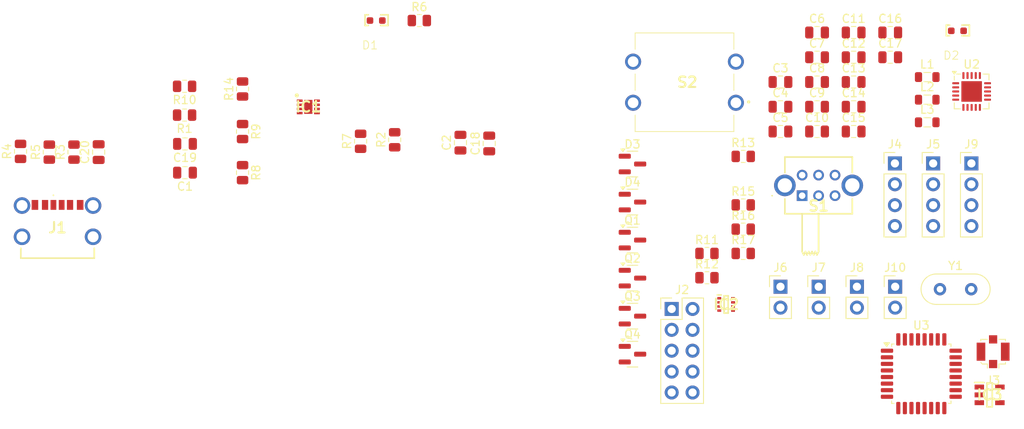
<source format=kicad_pcb>
(kicad_pcb (version 20240108) (generator "pcbnew") (generator_version "8.0")
  (layers (0 "F.Cu" signal) (31 "B.Cu" signal) (34 "B.Paste" user) (35 "F.Paste" user) (36 "B.SilkS" user "B.Silkscreen") (37 "F.SilkS" user "F.Silkscreen") (38 "B.Mask" user) (39 "F.Mask" user) (44 "Edge.Cuts" user))
  (net 0 "")
  (net 1 "GND")
  (net 2 "+5V")
  (net 3 "BAT")
  (net 4 "3.3V")
  (net 5 "Net-(U2-XC1)")
  (net 6 "Net-(U2-DVDD)")
  (net 7 "NRST")
  (net 8 "Net-(C12-Pad1)")
  (net 9 "Net-(J3-In)")
  (net 10 "Net-(J3-Ext)")
  (net 11 "Net-(U2-XC2)")
  (net 12 "NRF_VDD_PA")
  (net 13 "Net-(C20-Pad1)")
  (net 14 "Net-(D1-A)")
  (net 15 "Net-(D1-K)")
  (net 16 "Net-(D2-K)")
  (net 17 "Net-(D2-A)")
  (net 18 "POWER_FOR_HEATER")
  (net 19 "Net-(D3-K)")
  (net 20 "PETLIER_TEG")
  (net 21 "Net-(IC1-TS)")
  (net 22 "Net-(IC1-TMR)")
  (net 23 "Net-(IC1-ISET)")
  (net 24 "Net-(IC1-VSET)")
  (net 25 "ON{slash}OFF_OUT")
  (net 26 "Net-(IC2-PR1)")
  (net 27 "POWER_STAT")
  (net 31 "Net-(J1-CC1)")
  (net 32 "Net-(J1-CC2)")
  (net 36 "SWDIO")
  (net 38 "SWCLK")
  (net 39 "I2C1_SCL")
  (net 40 "Net-(J4-Pin_4)")
  (net 41 "I2C1_SDA")
  (net 42 "ADC_IN1")
  (net 43 "Net-(J5-Pin_4)")
  (net 44 "ADC_IN0")
  (net 45 "BAT+")
  (net 46 "LPUART_RX")
  (net 47 "LPUART_TX")
  (net 48 "Net-(J9-Pin_4)")
  (net 49 "PETLIER_TEC")
  (net 50 "NRF_ANT1")
  (net 51 "NRF_ANT2")
  (net 52 "GPS_EN")
  (net 53 "I2C_EN")
  (net 54 "ADC_EN")
  (net 55 "HEATER_EN")
  (net 56 "Net-(U2-IREF)")
  (net 57 "Net-(U3-BOOT0)")
  (net 58 "PA4")
  (net 59 "Net-(R17-Pad1)")
  (net 67 "SPI1_MOSI")
  (net 68 "NRF_IRQ")
  (net 69 "SPI1_MISO")
  (net 70 "SPI1_SCK")
  (net 72 "NRF_CE")
  (footprint "Capacitor_SMD:C_0805_2012Metric" (layer "F.Cu") (at 196.27 56.955)
    (property "Reference" "C16" (at 0 -1.68 0) (layer "F.SilkS"))
    (property "Value" "2n2")
    (pad "1" smd roundrect (at -0.95 0) (size 1 1.45) (layers "F.Cu" "F.Paste" "F.Mask") (net 12 "NRF_VDD_PA"))
    (pad "2" smd roundrect (at 0.95 0) (size 1 1.45) (layers "F.Cu" "F.Paste" "F.Mask") (net 1 "GND"))
  )
  (footprint "LIB_USB4125-GF-A-0190:USB4125GFA0190" (layer "F.Cu") (at 95 81)
    (property "Reference" "J1" (at 0 -0.303 0) (layer "F.SilkS") (effects (font (size 1.27 1.27) (thickness 0.254))))
    (property "Value" "USB4125-GF-A-0190" (hide yes))
    (pad "A5" smd rect (at -0.5 -3.08) (size 0.7 1.2) (layers "F.Cu" "F.Paste" "F.Mask") (net 31 "Net-(J1-CC1)"))
    (pad "A9" smd rect (at 1.52 -3.08) (size 0.76 1.2) (layers "F.Cu" "F.Paste" "F.Mask") (net 2 "+5V"))
    (pad "A12" smd rect (at 2.75 -3.08) (size 0.8 1.2) (layers "F.Cu" "F.Paste" "F.Mask") (net 1 "GND"))
    (pad "B5" smd rect (at 0.5 -3.08) (size 0.7 1.2) (layers "F.Cu" "F.Paste" "F.Mask") (net 32 "Net-(J1-CC2)"))
    (pad "B9" smd rect (at -1.52 -3.08) (size 0.76 1.2) (layers "F.Cu" "F.Paste" "F.Mask") (net 2 "+5V"))
    (pad "B12" smd rect (at -2.75 -3.08) (size 0.8 1.2) (layers "F.Cu" "F.Paste" "F.Mask") (net 1 "GND"))
    (pad "MH1" thru_hole circle (at -4.32 -3) (size 2.01 2.01) (drill 1.34) (layers "*.Cu" "*.Mask") (net 13 "Net-(C20-Pad1)"))
    (pad "MH2" thru_hole circle (at -4.32 0.8) (size 2.01 2.01) (drill 1.34) (layers "*.Cu" "*.Mask"))
    (pad "MH3" thru_hole circle (at 4.32 0.8) (size 2.01 2.01) (drill 1.34) (layers "*.Cu" "*.Mask"))
    (pad "MH4" thru_hole circle (at 4.32 -3) (size 2.01 2.01) (drill 1.34) (layers "*.Cu" "*.Mask") (net 13 "Net-(C20-Pad1)"))
  )
  (footprint "Capacitor_SMD:C_0805_2012Metric" (layer "F.Cu") (at 187.37 56.955)
    (property "Reference" "C6" (at 0 -1.68 0) (layer "F.SilkS"))
    (property "Value" "100n")
    (pad "1" smd roundrect (at -0.95 0) (size 1 1.45) (layers "F.Cu" "F.Paste" "F.Mask") (net 4 "3.3V"))
    (pad "2" smd roundrect (at 0.95 0) (size 1 1.45) (layers "F.Cu" "F.Paste" "F.Mask") (net 1 "GND"))
  )
  (footprint "Inductor_SMD:L_0805_2012Metric" (layer "F.Cu") (at 200.77 62.375)
    (property "Reference" "L1" (at 0 -1.55 0) (layer "F.SilkS"))
    (property "Value" "8n2")
    (pad "1" smd roundrect (at -1.0625 0) (size 0.875 1.2) (layers "F.Cu" "F.Paste" "F.Mask") (net 51 "NRF_ANT2"))
    (pad "2" smd roundrect (at 1.0625 0) (size 0.875 1.2) (layers "F.Cu" "F.Paste" "F.Mask") (net 50 "NRF_ANT1"))
  )
  (footprint "Connector_PinHeader_2.54mm:PinHeader_2x05_P2.54mm_Vertical" (layer "F.Cu") (at 169.69 90.575)
    (property "Reference" "J2" (at 1.27 -2.33 0) (layer "F.SilkS"))
    (property "Value" "SWD_CONNECTOR")
    (pad "1" thru_hole rect (at 0 0) (size 1.7 1.7) (drill 1) (layers "*.Cu" "*.Mask") (net 4 "3.3V"))
    (pad "2" thru_hole oval (at 2.54 0) (size 1.7 1.7) (drill 1) (layers "*.Cu" "*.Mask") (net 36 "SWDIO"))
    (pad "3" thru_hole oval (at 0 2.54) (size 1.7 1.7) (drill 1) (layers "*.Cu" "*.Mask") (net 1 "GND"))
    (pad "4" thru_hole oval (at 2.54 2.54) (size 1.7 1.7) (drill 1) (layers "*.Cu" "*.Mask") (net 38 "SWCLK"))
    (pad "5" thru_hole oval (at 0 5.08) (size 1.7 1.7) (drill 1) (layers "*.Cu" "*.Mask") (net 1 "GND"))
    (pad "6" thru_hole oval (at 2.54 5.08) (size 1.7 1.7) (drill 1) (layers "*.Cu" "*.Mask"))
    (pad "7" thru_hole oval (at 0 7.62) (size 1.7 1.7) (drill 1) (layers "*.Cu" "*.Mask"))
    (pad "8" thru_hole oval (at 2.54 7.62) (size 1.7 1.7) (drill 1) (layers "*.Cu" "*.Mask"))
    (pad "9" thru_hole oval (at 0 10.16) (size 1.7 1.7) (drill 1) (layers "*.Cu" "*.Mask") (net 1 "GND"))
    (pad "10" thru_hole oval (at 2.54 10.16) (size 1.7 1.7) (drill 1) (layers "*.Cu" "*.Mask") (net 7 "NRST"))
  )
  (footprint "Resistor_SMD:R_0805_2012Metric" (layer "F.Cu") (at 178.39 72.025)
    (property "Reference" "R13" (at 0 -1.65 0) (layer "F.SilkS"))
    (property "Value" "2k2")
    (pad "1" smd roundrect (at -0.9125 0) (size 1.025 1.4) (layers "F.Cu" "F.Paste" "F.Mask") (roundrect_rratio 0.243902) (net 16 "Net-(D2-K)"))
    (pad "2" smd roundrect (at 0.9125 0) (size 1.025 1.4) (layers "F.Cu" "F.Paste" "F.Mask") (roundrect_rratio 0.243902) (net 1 "GND"))
  )
  (footprint "Capacitor_SMD:C_0805_2012Metric" (layer "F.Cu") (at 187.37 65.985)
    (property "Reference" "C9" (at 0 -1.68 0) (layer "F.SilkS"))
    (property "Value" "100n")
    (pad "1" smd roundrect (at -0.95 0) (size 1 1.45) (layers "F.Cu" "F.Paste" "F.Mask") (net 7 "NRST"))
    (pad "2" smd roundrect (at 0.95 0) (size 1 1.45) (layers "F.Cu" "F.Paste" "F.Mask") (net 1 "GND"))
  )
  (footprint "Capacitor_SMD:C_0805_2012Metric" (layer "F.Cu") (at 196.27 59.965)
    (property "Reference" "C17" (at 0 -1.68 0) (layer "F.SilkS"))
    (property "Value" "4p7")
    (pad "1" smd roundrect (at -0.95 0) (size 1 1.45) (layers "F.Cu" "F.Paste" "F.Mask") (net 12 "NRF_VDD_PA"))
    (pad "2" smd roundrect (at 0.95 0) (size 1 1.45) (layers "F.Cu" "F.Paste" "F.Mask") (net 1 "GND"))
  )
  (footprint "Capacitor_SMD:C_0805_2012Metric" (layer "F.Cu") (at 144 70.35 90)
    (property "Reference" "C2" (at 0 -1.68 270) (layer "F.SilkS"))
    (property "Value" "1u")
    (pad "1" smd roundrect (at -0.95 0 90) (size 1 1.45) (layers "F.Cu" "F.Paste" "F.Mask") (net 3 "BAT"))
    (pad "2" smd roundrect (at 0.95 0 90) (size 1 1.45) (layers "F.Cu" "F.Paste" "F.Mask") (net 1 "GND"))
  )
  (footprint "Package_TO_SOT_SMD:SOT-23" (layer "F.Cu") (at 164.92 86.825)
    (property "Reference" "Q2" (at 0 -2.4 0) (layer "F.SilkS"))
    (property "Value" "PMOS")
    (pad "1" smd roundrect (at -0.9375 -0.95) (size 1.475 0.6) (layers "F.Cu" "F.Paste" "F.Mask") (net 40 "Net-(J4-Pin_4)"))
    (pad "2" smd roundrect (at -0.9375 0.95) (size 1.475 0.6) (layers "F.Cu" "F.Paste" "F.Mask") (net 53 "I2C_EN"))
    (pad "3" smd roundrect (at 0.9375 0) (size 1.475 0.6) (layers "F.Cu" "F.Paste" "F.Mask") (net 4 "3.3V"))
  )
  (footprint "Resistor_SMD:R_0805_2012Metric" (layer "F.Cu") (at 178.39 80.875)
    (property "Reference" "R16" (at 0 -1.65 0) (layer "F.SilkS"))
    (property "Value" "10k")
    (pad "1" smd roundrect (at -0.9125 0) (size 1.025 1.4) (layers "F.Cu" "F.Paste" "F.Mask") (roundrect_rratio 0.243902) (net 58 "PA4"))
    (pad "2" smd roundrect (at 0.9125 0) (size 1.025 1.4) (layers "F.Cu" "F.Paste" "F.Mask") (roundrect_rratio 0.243902) (net 1 "GND"))
  )
  (footprint "Resistor_SMD:R_0805_2012Metric" (layer "F.Cu") (at 136 70 90)
    (property "Reference" "R2" (at 0 -1.65 270) (layer "F.SilkS"))
    (property "Value" "15k")
    (pad "1" smd roundrect (at -0.9125 0 90) (size 1.025 1.4) (layers "F.Cu" "F.Paste" "F.Mask") (roundrect_rratio 0.243902) (net 24 "Net-(IC1-VSET)"))
    (pad "2" smd roundrect (at 0.9125 0 90) (size 1.025 1.4) (layers "F.Cu" "F.Paste" "F.Mask") (roundrect_rratio 0.243902) (net 1 "GND"))
  )
  (footprint "Resistor_SMD:R_0805_2012Metric" (layer "F.Cu") (at 97 71.5 90)
    (property "Reference" "R3" (at 0 -1.65 270) (layer "F.SilkS"))
    (property "Value" "1M")
    (pad "1" smd roundrect (at -0.9125 0 90) (size 1.025 1.4) (layers "F.Cu" "F.Paste" "F.Mask") (roundrect_rratio 0.243902) (net 13 "Net-(C20-Pad1)"))
    (pad "2" smd roundrect (at 0.9125 0 90) (size 1.025 1.4) (layers "F.Cu" "F.Paste" "F.Mask") (roundrect_rratio 0.243902) (net 1 "GND"))
  )
  (footprint "Capacitor_SMD:C_0805_2012Metric" (layer "F.Cu") (at 191.82 62.975)
    (property "Reference" "C13" (at 0 -1.68 0) (layer "F.SilkS"))
    (property "Value" "1p")
    (pad "1" smd roundrect (at -0.95 0) (size 1 1.45) (layers "F.Cu" "F.Paste" "F.Mask") (net 10 "Net-(J3-Ext)"))
    (pad "2" smd roundrect (at 0.95 0) (size 1 1.45) (layers "F.Cu" "F.Paste" "F.Mask") (net 1 "GND"))
  )
  (footprint "Connector_Coaxial:U.FL_Molex_MCRF_73412-0110_Vertical" (layer "F.Cu") (at 208.78 95.775)
    (property "Reference" "J3" (at 0 3.5 0) (layer "F.SilkS"))
    (property "Value" "UFL")
    (pad "1" smd rect (at 0 1.5) (size 1 1) (layers "F.Cu" "F.Paste" "F.Mask") (net 9 "Net-(J3-In)"))
    (pad "2" smd rect (at -1.475 0) (size 1.05 2.2) (layers "F.Cu" "F.Paste" "F.Mask") (net 10 "Net-(J3-Ext)"))
    (pad "2" smd rect (at 0 -1.5) (size 1 1) (layers "F.Cu" "F.Paste" "F.Mask") (net 10 "Net-(J3-Ext)"))
    (pad "2" smd rect (at 1.475 0) (size 1.05 2.2) (layers "F.Cu" "F.Paste" "F.Mask") (net 10 "Net-(J3-Ext)"))
  )
  (footprint "nasze:nasz_zajebisty_led" (layer "F.Cu") (at 133 59)
    (property "Reference" "D1" (at 0 -0.5 0) (layer "F.SilkS") (effects (font (thickness 0.1))))
    (property "Value" "LED")
    (pad "1" smd roundrect (at 0 -3.5) (size 0.8 0.8) (layers "F.Cu" "F.Paste" "F.Mask") (net 15 "Net-(D1-K)"))
    (pad "2" smd roundrect (at 1.5 -3.5) (size 0.8 0.8) (layers "F.Cu" "F.Paste" "F.Mask") (net 14 "Net-(D1-A)"))
  )
  (footprint "LIB_ADP160AUJZ-3.3-R7:SOT95P280X100-5N" (layer "F.Cu") (at 208.355 101.025)
    (property "Reference" "IC3" (at 0 0 0) (layer "F.SilkS") (effects (font (size 1.27 1.27) (thickness 0.254))))
    (property "Value" "ADP160AUJZ-3.3-R7" (hide yes))
    (pad "1" smd rect (at -1.25 -0.95 90) (size 0.6 1.15) (layers "F.Cu" "F.Paste" "F.Mask") (net 18 "POWER_FOR_HEATER"))
    (pad "2" smd rect (at -1.25 0 90) (size 0.6 1.15) (layers "F.Cu" "F.Paste" "F.Mask") (net 1 "GND"))
    (pad "3" smd rect (at -1.25 0.95 90) (size 0.6 1.15) (layers "F.Cu" "F.Paste" "F.Mask") (net 18 "POWER_FOR_HEATER"))
    (pad "4" smd rect (at 1.25 0.95 90) (size 0.6 1.15) (layers "F.Cu" "F.Paste" "F.Mask"))
    (pad "5" smd rect (at 1.25 -0.95 90) (size 0.6 1.15) (layers "F.Cu" "F.Paste" "F.Mask") (net 4 "3.3V"))
  )
  (footprint "Package_TO_SOT_SMD:SOT-23" (layer "F.Cu") (at 164.92 77.575)
    (property "Reference" "D4" (at 0 -2.4 0) (layer "F.SilkS"))
    (property "Value" "D")
    (pad "1" smd roundrect (at -0.9375 -0.95) (size 1.475 0.6) (layers "F.Cu" "F.Paste" "F.Mask") (net 19 "Net-(D3-K)"))
    (pad "2" smd roundrect (at -0.9375 0.95) (size 1.475 0.6) (layers "F.Cu" "F.Paste" "F.Mask") (net 20 "PETLIER_TEG"))
    (pad "3" smd roundrect (at 0.9375 0) (size 1.475 0.6) (layers "F.Cu" "F.Paste" "F.Mask"))
  )
  (footprint "Capacitor_SMD:C_0805_2012Metric" (layer "F.Cu") (at 187.37 62.975)
    (property "Reference" "C8" (at 0 -1.68 0) (layer "F.SilkS"))
    (property "Value" "33n")
    (pad "1" smd roundrect (at -0.95 0) (size 1 1.45) (layers "F.Cu" "F.Paste" "F.Mask") (net 6 "Net-(U2-DVDD)"))
    (pad "2" smd roundrect (at 0.95 0) (size 1 1.45) (layers "F.Cu" "F.Paste" "F.Mask") (net 1 "GND"))
  )
  (footprint "Connector_PinHeader_2.54mm:PinHeader_1x04_P2.54mm_Vertical" (layer "F.Cu") (at 206.14 72.875)
    (property "Reference" "J9" (at 0 -2.33 0) (layer "F.SilkS"))
    (property "Value" "GPS_CONNECTOR")
    (pad "1" thru_hole rect (at 0 0) (size 1.7 1.7) (drill 1) (layers "*.Cu" "*.Mask") (net 47 "LPUART_TX"))
    (pad "2" thru_hole oval (at 0 2.54) (size 1.7 1.7) (drill 1) (layers "*.Cu" "*.Mask") (net 46 "LPUART_RX"))
    (pad "3" thru_hole oval (at 0 5.08) (size 1.7 1.7) (drill 1) (layers "*.Cu" "*.Mask") (net 1 "GND"))
    (pad "4" thru_hole oval (at 0 7.62) (size 1.7 1.7) (drill 1) (layers "*.Cu" "*.Mask") (net 48 "Net-(J9-Pin_4)"))
  )
  (footprint "Resistor_SMD:R_0805_2012Metric" (layer "F.Cu") (at 178.39 77.925)
    (property "Reference" "R15" (at 0 -1.65 0) (layer "F.SilkS"))
    (property "Value" "22k")
    (pad "1" smd roundrect (at -0.9125 0) (size 1.025 1.4) (layers "F.Cu" "F.Paste" "F.Mask") (roundrect_rratio 0.243902) (net 5 "Net-(U2-XC1)"))
    (pad "2" smd roundrect (at 0.9125 0) (size 1.025 1.4) (layers "F.Cu" "F.Paste" "F.Mask") (roundrect_rratio 0.243902) (net 11 "Net-(U2-XC2)"))
  )
  (footprint "TPS2117DRLR:SOTFL50P160X60-8N" (layer "F.Cu") (at 176.315 90.025)
    (property "Reference" "IC2" (at 0 0 0) (layer "F.SilkS") (effects (font (size 1.27 1.27) (thickness 0.254))))
    (property "Value" "TPS2117DRLR" (hide yes))
    (pad "1" smd rect (at -0.838 -0.75 90) (size 0.3 0.475) (layers "F.Cu" "F.Paste" "F.Mask") (net 1 "GND"))
    (pad "2" smd rect (at -0.838 -0.25 90) (size 0.3 0.475) (layers "F.Cu" "F.Paste" "F.Mask"))
    (pad "3" smd rect (at -0.838 0.25 90) (size 0.3 0.475) (layers "F.Cu" "F.Paste" "F.Mask") (net 2 "+5V"))
    (pad "4" smd rect (at -0.838 0.75 90) (size 0.3 0.475) (layers "F.Cu" "F.Paste" "F.Mask") (net 26 "Net-(IC2-PR1)"))
    (pad "5" smd rect (at 0.838 0.75 90) (size 0.3 0.475) (layers "F.Cu" "F.Paste" "F.Mask") (net 2 "+5V"))
    (pad "6" smd rect (at 0.838 0.25 90) (size 0.3 0.475) (layers "F.Cu" "F.Paste" "F.Mask") (net 25 "ON{slash}OFF_OUT"))
    (pad "7" smd rect (at 0.838 -0.25 90) (size 0.3 0.475) (layers "F.Cu" "F.Paste" "F.Mask") (net 18 "POWER_FOR_HEATER"))
    (pad "8" smd rect (at 0.838 -0.75 90) (size 0.3 0.475) (layers "F.Cu" "F.Paste" "F.Mask") (net 27 "POWER_STAT"))
  )
  (footprint "nasze:nasz_zajebisty_led" (layer "F.Cu") (at 203.695 60.25)
    (property "Reference" "D2" (at 0 -0.5 0) (layer "F.SilkS") (effects (font (thickness 0.1))))
    (property "Value" "LED")
    (pad "1" smd roundrect (at 0 -3.5) (size 0.8 0.8) (layers "F.Cu" "F.Paste" "F.Mask") (net 16 "Net-(D2-K)"))
    (pad "2" smd roundrect (at 1.5 -3.5) (size 0.8 0.8) (layers "F.Cu" "F.Paste" "F.Mask") (net 17 "Net-(D2-A)"))
  )
  (footprint "FSM100:FSM100" (layer "F.Cu") (at 171.25 63)
    (property "Reference" "S2" (at 0.338 0 0) (layer "F.SilkS") (effects (font (size 1.27 1.27) (thickness 0.254))))
    (property "Value" "FSM100" (hide yes))
    (pad "1" thru_hole circle (at 6.25 2.5) (size 1.95 1.95) (drill 1.3) (layers "*.Cu" "*.Mask") (net 59 "Net-(R17-Pad1)"))
    (pad "2" thru_hole circle (at -6.25 2.5) (size 1.95 1.95) (drill 1.3) (layers "*.Cu" "*.Mask") (net 4 "3.3V"))
    (pad "3" thru_hole circle (at 6.25 -2.5) (size 1.95 1.95) (drill 1.3) (layers "*.Cu" "*.Mask"))
    (pad "4" thru_hole circle (at -6.25 -2.5) (size 1.95 1.95) (drill 1.3) (layers "*.Cu" "*.Mask"))
  )
  (footprint "Capacitor_SMD:C_0805_2012Metric" (layer "F.Cu") (at 147.5 70.45 90)
    (property "Reference" "C18" (at 0 -1.68 270) (layer "F.SilkS"))
    (property "Value" "10n")
    (pad "1" smd roundrect (at -0.95 0 90) (size 1 1.45) (layers "F.Cu" "F.Paste" "F.Mask") (net 3 "BAT"))
    (pad "2" smd roundrect (at 0.95 0 90) (size 1 1.45) (layers "F.Cu" "F.Paste" "F.Mask") (net 1 "GND"))
  )
  (footprint "Resistor_SMD:R_0805_2012Metric" (layer "F.Cu") (at 110.45 67 180)
    (property "Reference" "R1" (at 0 -1.65 180) (layer "F.SilkS"))
    (property "Value" "600")
    (pad "1" smd roundrect (at -0.9125 0 180) (size 1.025 1.4) (layers "F.Cu" "F.Paste" "F.Mask") (roundrect_rratio 0.243902) (net 23 "Net-(IC1-ISET)"))
    (pad "2" smd roundrect (at 0.9125 0 180) (size 1.025 1.4) (layers "F.Cu" "F.Paste" "F.Mask") (roundrect_rratio 0.243902) (net 1 "GND"))
  )
  (footprint "Package_DFN_QFN:QFN-20-1EP_4x4mm_P0.5mm_EP2.5x2.5mm" (layer "F.Cu") (at 206.17 64.125)
    (property "Reference" "U2" (at 0 -3.3 0) (layer "F.SilkS"))
    (property "Value" "nRF24L01P")
    (pad "1" smd roundrect (at -1.9375 -1) (size 0.825 0.25) (layers "F.Cu" "F.Paste" "F.Mask") (net 72 "NRF_CE"))
    (pad "2" smd roundrect (at -1.9375 -0.5) (size 0.825 0.25) (layers "F.Cu" "F.Paste" "F.Mask"))
    (pad "3" smd roundrect (at -1.9375 0) (size 0.825 0.25) (layers "F.Cu" "F.Paste" "F.Mask") (net 70 "SPI1_SCK"))
    (pad "4" smd roundrect (at -1.9375 0.5) (size 0.825 0.25) (layers "F.Cu" "F.Paste" "F.Mask") (net 67 "SPI1_MOSI"))
    (pad "5" smd roundrect (at -1.9375 1) (size 0.825 0.25) (layers "F.Cu" "F.Paste" "F.Mask") (net 69 "SPI1_MISO"))
    (pad "6" smd roundrect (at -1 1.9375) (size 0.25 0.825) (layers "F.Cu" "F.Paste" "F.Mask") (net 68 "NRF_IRQ"))
    (pad "7" smd roundrect (at -0.5 1.9375) (size 0.25 0.825) (layers "F.Cu" "F.Paste" "F.Mask") (net 4 "3.3V"))
    (pad "8" smd roundrect (at 0 1.9375) (size 0.25 0.825) (layers "F.Cu" "F.Paste" "F.Mask") (net 1 "GND"))
    (pad "9" smd roundrect (at 0.5 1.9375) (size 0.25 0.825) (layers "F.Cu" "F.Paste" "F.Mask") (net 11 "Net-(U2-XC2)"))
    (pad "10" smd roundrect (at 1 1.9375) (size 0.25 0.825) (layers "F.Cu" "F.Paste" "F.Mask") (net 5 "Net-(U2-XC1)"))
    (pad "11" smd roundrect (at 1.9375 1) (size 0.825 0.25) (layers "F.Cu" "F.Paste" "F.Mask") (net 12 "NRF_VDD_PA"))
    (pad "12" smd roundrect (at 1.9375 0.5) (size 0.825 0.25) (layers "F.Cu" "F.Paste" "F.Mask") (net 50 "NRF_ANT1"))
    (pad "13" smd roundrect (at 1.9375 0) (size 0.825 0.25) (layers "F.Cu" "F.Paste" "F.Mask") (net 51 "NRF_ANT2"))
    (pad "14" smd roundrect (at 1.9375 -0.5) (size 0.825 0.25) (layers "F.Cu" "F.Paste" "F.Mask") (net 1 "GND"))
    (pad "15" smd roundrect (at 1.9375 -1) (size 0.825 0.25) (layers "F.Cu" "F.Paste" "F.Mask") (net 4 "3.3V"))
    (pad "16" smd roundrect (at 1 -1.9375) (size 0.25 0.825) (layers "F.Cu" "F.Paste" "F.Mask") (net 56 "Net-(U2-IREF)"))
    (pad "17" smd roundrect (at 0.5 -1.9375) (size 0.25 0.825) (layers "F.Cu" "F.Paste" "F.Mask") (net 1 "GND"))
    (pad "18" smd roundrect (at 0 -1.9375) (size 0.25 0.825) (layers "F.Cu" "F.Paste" "F.Mask") (net 4 "3.3V"))
    (pad "19" smd roundrect (at -0.5 -1.9375) (size 0.25 0.825) (layers "F.Cu" "F.Paste" "F.Mask") (net 6 "Net-(U2-DVDD)"))
    (pad "20" smd roundrect (at -1 -1.9375) (size 0.25 0.825) (layers "F.Cu" "F.Paste" "F.Mask") (net 1 "GND"))
    (pad "21" smd rect (at 0 0) (size 2.5 2.5) (property pad_prop_heatsink) (layers "F.Cu" "F.Mask"))
  )
  (footprint "Connector_PinHeader_2.54mm:PinHeader_1x04_P2.54mm_Vertical" (layer "F.Cu") (at 196.84 72.875)
    (property "Reference" "J4" (at 0 -2.33 0) (layer "F.SilkS"))
    (property "Value" "I2C_CONNECTOR")
    (pad "1" thru_hole rect (at 0 0) (size 1.7 1.7) (drill 1) (layers "*.Cu" "*.Mask") (net 41 "I2C1_SDA"))
    (pad "2" thru_hole oval (at 0 2.54) (size 1.7 1.7) (drill 1) (layers "*.Cu" "*.Mask") (net 39 "I2C1_SCL"))
    (pad "3" thru_hole oval (at 0 5.08) (size 1.7 1.7) (drill 1) (layers "*.Cu" "*.Mask") (net 1 "GND"))
    (pad "4" thru_hole oval (at 0 7.62) (size 1.7 1.7) (drill 1) (layers "*.Cu" "*.Mask") (net 40 "Net-(J4-Pin_4)"))
  )
  (footprint "Capacitor_SMD:C_0805_2012Metric" (layer "F.Cu") (at 187.37 59.965)
    (property "Reference" "C7" (at 0 -1.68 0) (layer "F.SilkS"))
    (property "Value" "22p")
    (pad "1" smd roundrect (at -0.95 0) (size 1 1.45) (layers "F.Cu" "F.Paste" "F.Mask") (net 5 "Net-(U2-XC1)"))
    (pad "2" smd roundrect (at 0.95 0) (size 1 1.45) (layers "F.Cu" "F.Paste" "F.Mask") (net 1 "GND"))
  )
  (footprint "Crystal:Crystal_HC52-U_Vertical" (layer "F.Cu") (at 202.32 88.175)
    (property "Reference" "Y1" (at 1.9 -2.85 0) (layer "F.SilkS"))
    (property "Value" "16MHz")
    (pad "1" thru_hole circle (at 0 0) (size 1.5 1.5) (drill 0.8) (layers "*.Cu" "*.Mask") (net 5 "Net-(U2-XC1)"))
    (pad "2" thru_hole circle (at 3.8 0) (size 1.5 1.5) (drill 0.8) (layers "*.Cu" "*.Mask") (net 11 "Net-(U2-XC2)"))
  )
  (footprint "Connector_PinHeader_2.54mm:PinHeader_1x02_P2.54mm_Vertical" (layer "F.Cu") (at 182.92 87.875)
    (property "Reference" "J6" (at 0 -2.33 0) (layer "F.SilkS"))
    (property "Value" "VCC_CONNECTOR")
    (pad "1" thru_hole rect (at 0 0) (size 1.7 1.7) (drill 1) (layers "*.Cu" "*.Mask") (net 4 "3.3V"))
    (pad "2" thru_hole oval (at 0 2.54) (size 1.7 1.7) (drill 1) (layers "*.Cu" "*.Mask") (net 1 "GND"))
  )
  (footprint "Capacitor_SMD:C_0805_2012Metric" (layer "F.Cu") (at 191.82 65.985)
    (property "Reference" "C14" (at 0 -1.68 0) (layer "F.SilkS"))
    (property "Value" "1u")
    (pad "1" smd roundrect (at -0.95 0) (size 1 1.45) (layers "F.Cu" "F.Paste" "F.Mask") (net 4 "3.3V"))
    (pad "2" smd roundrect (at 0.95 0) (size 1 1.45) (layers "F.Cu" "F.Paste" "F.Mask") (net 1 "GND"))
  )
  (footprint "Package_TO_SOT_SMD:SOT-23" (layer "F.Cu") (at 164.92 96.075)
    (property "Reference" "Q4" (at 0 -2.4 0) (layer "F.SilkS"))
    (property "Value" "PMOS")
    (pad "1" smd roundrect (at -0.9375 -0.95) (size 1.475 0.6) (layers "F.Cu" "F.Paste" "F.Mask") (net 19 "Net-(D3-K)"))
    (pad "2" smd roundrect (at -0.9375 0.95) (size 1.475 0.6) (layers "F.Cu" "F.Paste" "F.Mask") (net 55 "HEATER_EN"))
    (pad "3" smd roundrect (at 0.9375 0) (size 1.475 0.6) (layers "F.Cu" "F.Paste" "F.Mask") (net 49 "PETLIER_TEC"))
  )
  (footprint "BQ25172DSGR:SON50P200X200X80-9N" (layer "F.Cu") (at 125.5 66)
    (property "Reference" "IC1" (at 0 0 0) (layer "F.SilkS") (effects (font (size 1.27 1.27) (thickness 0.254))))
    (property "Value" "BQ25172DSGR" (hide yes))
    (pad "1" smd rect (at -1.05 -0.75 90) (size 0.3 0.7) (layers "F.Cu" "F.Paste" "F.Mask") (net 2 "+5V"))
    (pad "2" smd rect (at -1.05 -0.25 90) (size 0.3 0.7) (layers "F.Cu" "F.Paste" "F.Mask") (net 23 "Net-(IC1-ISET)"))
    (pad "3" smd rect (at -1.05 0.25 90) (size 0.3 0.7) (layers "F.Cu" "F.Paste" "F.Mask") (net 21 "Net-(IC1-TS)"))
    (pad "4" smd rect (at -1.05 0.75 90) (size 0.3 0.7) (layers "F.Cu" "F.Paste" "F.Mask") (net 1 "GND"))
    (pad "5" smd rect (at 1.05 0.75 90) (size 0.3 0.7) (layers "F.Cu" "F.Paste" "F.Mask") (net 15 "Net-(D1-K)"))
    (pad "6" smd rect (at 1.05 0.25 90) (size 0.3 0.7) (layers "F.Cu" "F.Paste" "F.Mask") (net 22 "Net-(IC1-TMR)"))
    (pad "7" smd rect (at 1.05 -0.25 90) (size 0.3 0.7) (layers "F.Cu" "F.Paste" "F.Mask") (net 24 "Net-(IC1-VSET)"))
    (pad "8" smd rect (at 1.05 -0.75 90) (size 0.3 0.7) (layers "F.Cu" "F.Paste" "F.Mask") (net 3 "BAT"))
    (pad "9" smd rect (at 0 0) (size 1 1.7) (layers "F.Cu" "F.Paste" "F.Mask") (net 1 "GND"))
  )
  (footprint "Capacitor_SMD:C_0805_2012Metric" (layer "F.Cu") (at 191.82 59.965)
    (property "Reference" "C12" (at 0 -1.68 0) (layer "F.SilkS"))
    (property "Value" "1p5")
    (pad "1" smd roundrect (at -0.95 0) (size 1 1.45) (layers "F.Cu" "F.Paste" "F.Mask") (net 8 "Net-(C12-Pad1)"))
    (pad "2" smd roundrect (at 0.95 0) (size 1 1.45) (layers "F.Cu" "F.Paste" "F.Mask") (net 9 "Net-(J3-In)"))
  )
  (footprint "Connector_PinHeader_2.54mm:PinHeader_1x02_P2.54mm_Vertical" (layer "F.Cu") (at 196.87 87.875)
    (property "Reference" "J10" (at 0 -2.33 0) (layer "F.SilkS"))
    (property "Value" "PETLIER_TEC")
    (pad "1" thru_hole rect (at 0 0) (size 1.7 1.7) (drill 1) (layers "*.Cu" "*.Mask") (net 1 "GND"))
    (pad "2" thru_hole oval (at 0 2.54) (size 1.7 1.7) (drill 1) (layers "*.Cu" "*.Mask") (net 49 "PETLIER_TEC"))
  )
  (footprint "Resistor_SMD:R_0805_2012Metric" (layer "F.Cu") (at 110.45 63.5 180)
    (property "Reference" "R10" (at 0 -1.65 180) (layer "F.SilkS"))
    (property "Value" "10k")
    (pad "1" smd roundrect (at -0.9125 0 180) (size 1.025 1.4) (layers "F.Cu" "F.Paste" "F.Mask") (roundrect_rratio 0.243902) (net 21 "Net-(IC1-TS)"))
    (pad "2" smd roundrect (at 0.9125 0 180) (size 1.025 1.4) (layers "F.Cu" "F.Paste" "F.Mask") (roundrect_rratio 0.243902) (net 1 "GND"))
  )
  (footprint "Resistor_SMD:R_0805_2012Metric" (layer "F.Cu") (at 117.5 69 -90)
    (property "Reference" "R9" (at 0 -1.65 90) (layer "F.SilkS"))
    (property "Value" "2k")
    (pad "1" smd roundrect (at -0.9125 0 270) (size 1.025 1.4) (layers "F.Cu" "F.Paste" "F.Mask") (roundrect_rratio 0.243902) (net 26 "Net-(IC2-PR1)"))
    (pad "2" smd roundrect (at 0.9125 0 270) (size 1.025 1.4) (layers "F.Cu" "F.Paste" "F.Mask") (roundrect_rratio 0.243902) (net 1 "GND"))
  )
  (footprint "Capacitor_SMD:C_0805_2012Metric" (layer "F.Cu") (at 191.82 56.955)
    (property "Reference" "C11" (at 0 -1.68 0) (layer "F.SilkS"))
    (property "Value" "1n")
    (pad "1" smd roundrect (at -0.95 0) (size 1 1.45) (layers "F.Cu" "F.Paste" "F.Mask") (net 4 "3.3V"))
    (pad "2" smd roundrect (at 0.95 0) (size 1 1.45) (layers "F.Cu" "F.Paste" "F.Mask") (net 1 "GND"))
  )
  (footprint "Capacitor_SMD:C_0805_2012Metric" (layer "F.Cu") (at 182.92 62.975)
    (property "Reference" "C3" (at 0 -1.68 0) (layer "F.SilkS"))
    (property "Value" "1u")
    (pad "1" smd roundrect (at -0.95 0) (size 1 1.45) (layers "F.Cu" "F.Paste" "F.Mask") (net 4 "3.3V"))
    (pad "2" smd roundrect (at 0.95 0) (size 1 1.45) (layers "F.Cu" "F.Paste" "F.Mask") (net 1 "GND"))
  )
  (footprint "Resistor_SMD:R_0805_2012Metric" (layer "F.Cu") (at 139 55.5)
    (property "Reference" "R6" (at 0 -1.65 0) (layer "F.SilkS"))
    (property "Value" "10k")
    (pad "1" smd roundrect (at -0.9125 0) (size 1.025 1.4) (layers "F.Cu" "F.Paste" "F.Mask") (roundrect_rratio 0.243902) (net 14 "Net-(D1-A)"))
    (pad "2" smd roundrect (at 0.9125 0) (size 1.025 1.4) (layers "F.Cu" "F.Paste" "F.Mask") (roundrect_rratio 0.243902) (net 2 "+5V"))
  )
  (footprint "Connector_PinHeader_2.54mm:PinHeader_1x02_P2.54mm_Vertical" (layer "F.Cu") (at 192.22 87.875)
    (property "Reference" "J8" (at 0 -2.33 0) (layer "F.SilkS"))
    (property "Value" "BATTERY_CONNECTOR")
    (pad "1" thru_hole rect (at 0 0) (size 1.7 1.7) (drill 1) (layers "*.Cu" "*.Mask") (net 1 "GND"))
    (pad "2" thru_hole oval (at 0 2.54) (size 1.7 1.7) (drill 1) (layers "*.Cu" "*.Mask") (net 45 "BAT+"))
  )
  (footprint "Capacitor_SMD:C_0805_2012Metric" (layer "F.Cu") (at 100 71.5 90)
    (property "Reference" "C20" (at 0 -1.68 270) (layer "F.SilkS"))
    (property "Value" "10n")
    (pad "1" smd roundrect (at -0.95 0 90) (size 1 1.45) (layers "F.Cu" "F.Paste" "F.Mask") (net 13 "Net-(C20-Pad1)"))
    (pad "2" smd roundrect (at 0.95 0 90) (size 1 1.45) (layers "F.Cu" "F.Paste" "F.Mask") (net 1 "GND"))
  )
  (footprint "Connector_PinHeader_2.54mm:PinHeader_1x02_P2.54mm_Vertical" (layer "F.Cu") (at 187.57 87.875)
    (property "Reference" "J7" (at 0 -2.33 0) (layer "F.SilkS"))
    (property "Value" "PETLIER_TEG")
    (pad "1" thru_hole rect (at 0 0) (size 1.7 1.7) (drill 1) (layers "*.Cu" "*.Mask") (net 1 "GND"))
    (pad "2" thru_hole oval (at 0 2.54) (size 1.7 1.7) (drill 1) (layers "*.Cu" "*.Mask") (net 20 "PETLIER_TEG"))
  )
  (footprint "Capacitor_SMD:C_0805_2012Metric" (layer "F.Cu") (at 187.37 68.995)
    (property "Reference" "C10" (at 0 -1.68 0) (layer "F.SilkS"))
    (property "Value" "10n")
    (pad "1" smd roundrect (at -0.95 0) (size 1 1.45) (layers "F.Cu" "F.Paste" "F.Mask") (net 4 "3.3V"))
    (pad "2" smd roundrect (at 0.95 0) (size 1 1.45) (layers "F.Cu" "F.Paste" "F.Mask") (net 1 "GND"))
  )
  (footprint "Package_TO_SOT_SMD:SOT-23" (layer "F.Cu") (at 164.92 72.95)
    (property "Reference" "D3" (at 0 -2.4 0) (layer "F.SilkS"))
    (property "Value" "D")
    (pad "1" smd roundrect (at -0.9375 -0.95) (size 1.475 0.6) (layers "F.Cu" "F.Paste" "F.Mask") (net 19 "Net-(D3-K)"))
    (pad "2" smd roundrect (at -0.9375 0.95) (size 1.475 0.6) (layers "F.Cu" "F.Paste" "F.Mask") (net 18 "POWER_FOR_HEATER"))
    (pad "3" smd roundrect (at 0.9375 0) (size 1.475 0.6) (layers "F.Cu" "F.Paste" "F.Mask"))
  )
  (footprint "Inductor_SMD:L_0805_2012Metric" (layer "F.Cu") (at 200.77 65.125)
    (property "Reference" "L2" (at 0 -1.55 0) (layer "F.SilkS"))
    (property "Value" "3n9")
    (pad "1" smd roundrect (at -1.0625 0) (size 0.875 1.2) (layers "F.Cu" "F.Paste" "F.Mask") (net 51 "NRF_ANT2"))
    (pad "2" smd roundrect (at 1.0625 0) (size 0.875 1.2) (layers "F.Cu" "F.Paste" "F.Mask") (net 8 "Net-(C12-Pad1)"))
  )
  (footprint "Package_TO_SOT_SMD:SOT-23" (layer "F.Cu") (at 164.92 82.2)
    (property "Reference" "Q1" (at 0 -2.4 0) (layer "F.SilkS"))
    (property "Value" "PMOS")
    (pad "1" smd roundrect (at -0.9375 -0.95) (size 1.475 0.6) (layers "F.Cu" "F.Paste" "F.Mask") (net 48 "Net-(J9-Pin_4)"))
    (pad "2" smd roundrect (at -0.9375 0.95) (size 1.475 0.6) (layers "F.Cu" "F.Paste" "F.Mask") (net 52 "GPS_EN"))
    (pad "3" smd roundrect (at 0.9375 0) (size 1.475 0.6) (layers "F.Cu" "F.Paste" "F.Mask") (net 4 "3.3V"))
  )
  (footprint "Resistor_SMD:R_0805_2012Metric" (layer "F.Cu") (at 117.5 63.825 90)
    (property "Reference" "R14" (at 0 -1.65 270) (layer "F.SilkS"))
    (property "Value" "10k")
    (pad "1" smd roundrect (at -0.9125 0 90) (size 1.025 1.4) (layers "F.Cu" "F.Paste" "F.Mask") (roundrect_rratio 0.243902) (net 2 "+5V"))
    (pad "2" smd roundrect (at 0.9125 0 90) (size 1.025 1.4) (layers "F.Cu" "F.Paste" "F.Mask") (roundrect_rratio 0.243902) (net 27 "POWER_STAT"))
  )
  (footprint "Connector_PinHeader_2.54mm:PinHeader_1x04_P2.54mm_Vertical" (layer "F.Cu") (at 201.49 72.875)
    (property "Reference" "J5" (at 0 -2.33 0) (layer "F.SilkS"))
    (property "Value" "ADC_CONNECTOR")
    (pad "1" thru_hole rect (at 0 0) (size 1.7 1.7) (drill 1) (layers "*.Cu" "*.Mask") (net 44 "ADC_IN0"))
    (pad "2" thru_hole oval (at 0 2.54) (size 1.7 1.7) (drill 1) (layers "*.Cu" "*.Mask") (net 42 "ADC_IN1"))
    (pad "3" thru_hole oval (at 0 5.08) (size 1.7 1.7) (drill 1) (layers "*.Cu" "*.Mask") (net 1 "GND"))
    (pad "4" thru_hole oval (at 0 7.62) (size 1.7 1.7) (drill 1) (layers "*.Cu" "*.Mask") (net 43 "Net-(J5-Pin_4)"))
  )
  (footprint "Inductor_SMD:L_0805_2012Metric" (layer "F.Cu") (at 200.77 67.875)
    (property "Reference" "L3" (at 0 -1.55 0) (layer "F.SilkS"))
    (property "Value" "2n7")
    (pad "1" smd roundrect (at -1.0625 0) (size 0.875 1.2) (layers "F.Cu" "F.Paste" "F.Mask") (net 50 "NRF_ANT1"))
    (pad "2" smd roundrect (at 1.0625 0) (size 0.875 1.2) (layers "F.Cu" "F.Paste" "F.Mask") (net 12 "NRF_VDD_PA"))
  )
  (footprint "Resistor_SMD:R_0805_2012Metric" (layer "F.Cu") (at 178.39 83.825)
    (property "Reference" "R17" (at 0 -1.65 0) (layer "F.SilkS"))
    (property "Value" "1M")
    (pad "1" smd roundrect (at -0.9125 0) (size 1.025 1.4) (layers "F.Cu" "F.Paste" "F.Mask") (roundrect_rratio 0.243902) (net 59 "Net-(R17-Pad1)"))
    (pad "2" smd roundrect (at 0.9125 0) (size 1.025 1.4) (layers "F.Cu" "F.Paste" "F.Mask") (roundrect_rratio 0.243902) (net 1 "GND"))
  )
  (footprint "Capacitor_SMD:C_0805_2012Metric" (layer "F.Cu") (at 182.92 68.995)
    (property "Reference" "C5" (at 0 -1.68 0) (layer "F.SilkS"))
    (property "Value" "100n")
    (pad "1" smd roundrect (at -0.95 0) (size 1 1.45) (layers "F.Cu" "F.Paste" "F.Mask") (net 4 "3.3V"))
    (pad "2" smd roundrect (at 0.95 0) (size 1 1.45) (layers "F.Cu" "F.Paste" "F.Mask") (net 1 "GND"))
  )
  (footprint "SLW-826947-5A-RA-D:SLW8269475ARAD" (layer "F.Cu") (at 185.557 76.8)
    (property "Reference" "S1" (at 2 1.25 0) (layer "F.SilkS") (effects (font (size 1.27 1.27) (thickness 0.254))))
    (property "Value" "ON/OFF_SWITCH" (hide yes))
    (pad "1" thru_hole rect (at 0 0) (size 1.3 1.3) (drill 0.8) (layers "*.Cu" "*.Mask"))
    (pad "2" thru_hole circle (at 2 0) (size 1.3 1.3) (drill 0.8) (layers "*.Cu" "*.Mask") (net 25 "ON{slash}OFF_OUT"))
    (pad "3" thru_hole circle (at 4 0) (size 1.3 1.3) (drill 0.8) (layers "*.Cu" "*.Mask"))
    (pad "4" thru_hole circle (at 0 -2.5) (size 1.3 1.3) (drill 0.8) (layers "*.Cu" "*.Mask") (net 3 "BAT"))
    (pad "5" thru_hole circle (at 2 -2.5) (size 1.3 1.3) (drill 0.8) (layers "*.Cu" "*.Mask"))
    (pad "6" thru_hole circle (at 4 -2.5) (size 1.3 1.3) (drill 0.8) (layers "*.Cu" "*.Mask"))
    (pad "MH1" thru_hole circle (at -2.1 -1.25) (size 2.625 2.625) (drill 1.75) (layers "*.Cu" "*.Mask") (net 1 "GND"))
    (pad "MH2" thru_hole circle (at 6.1 -1.25) (size 2.625 2.625) (drill 1.75) (layers "*.Cu" "*.Mask"))
  )
  (footprint "Capacitor_SMD:C_0805_2012Metric" (layer "F.Cu") (at 110.5 70.5 180)
    (property "Reference" "C19" (at 0 -1.68 180) (layer "F.SilkS"))
    (property "Value" "10n")
    (pad "1" smd roundrect (at -0.95 0 180) (size 1 1.45) (layers "F.Cu" "F.Paste" "F.Mask") (net 2 "+5V"))
    (pad "2" smd roundrect (at 0.95 0 180) (size 1 1.45) (layers "F.Cu" "F.Paste" "F.Mask") (net 1 "GND"))
  )
  (footprint "Capacitor_SMD:C_0805_2012Metric" (layer "F.Cu") (at 182.92 65.985)
    (property "Reference" "C4" (at 0 -1.68 0) (layer "F.SilkS"))
    (property "Value" "100n")
    (pad "1" smd roundrect (at -0.95 0) (size 1 1.45) (layers "F.Cu" "F.Paste" "F.Mask") (net 4 "3.3V"))
    (pad "2" smd roundrect (at 0.95 0) (size 1 1.45) (layers "F.Cu" "F.Paste" "F.Mask") (net 1 "GND"))
  )
  (footprint "Package_TO_SOT_SMD:SOT-23" (layer "F.Cu") (at 164.92 91.45)
    (property "Reference" "Q3" (at 0 -2.4 0) (layer "F.SilkS"))
    (property "Value" "PMOS")
    (pad "1" smd roundrect (at -0.9375 -0.95) (size 1.475 0.6) (layers "F.Cu" "F.Paste" "F.Mask") (net 43 "Net-(J5-Pin_4)"))
    (pad "2" smd roundrect (at -0.9375 0.95) (size 1.475 0.6) (layers "F.Cu" "F.Paste" "F.Mask") (net 54 "ADC_EN"))
    (pad "3" smd roundrect (at 0.9375 0) (size 1.475 0.6) (layers "F.Cu" "F.Paste" "F.Mask") (net 4 "3.3V"))
  )
  (footprint "Capacitor_SMD:C_0805_2012Metric" (layer "F.Cu") (at 110.5 74 180)
    (property "Reference" "C1" (at 0 -1.68 180) (layer "F.SilkS"))
    (property "Value" "1u")
    (pad "1" smd roundrect (at -0.95 0 180) (size 1 1.45) (layers "F.Cu" "F.Paste" "F.Mask") (net 2 "+5V"))
    (pad "2" smd roundrect (at 0.95 0 180) (size 1 1.45) (layers "F.Cu" "F.Paste" "F.Mask") (net 1 "GND"))
  )
  (footprint "Resistor_SMD:R_0805_2012Metric" (layer "F.Cu") (at 173.98 83.825)
    (property "Reference" "R11" (at 0 -1.65 0) (layer "F.SilkS"))
    (property "Value" "22k")
    (pad "1" smd roundrect (at -0.9125 0) (size 1.025 1.4) (layers "F.Cu" "F.Paste" "F.Mask") (roundrect_rratio 0.243902) (net 4 "3.3V"))
    (pad "2" smd roundrect (at 0.9125 0) (size 1.025 1.4) (layers "F.Cu" "F.Paste" "F.Mask") (roundrect_rratio 0.243902) (net 56 "Net-(U2-IREF)"))
  )
  (footprint "Resistor_SMD:R_0805_2012Metric" (layer "F.Cu") (at 131.8575 70.1825 90)
    (property "Reference" "R7" (at 0 -1.65 270) (layer "F.SilkS"))
    (property "Value" "15k")
    (pad "1" smd roundrect (at -0.9125 0 90) (size 1.025 1.4) (layers "F.Cu" "F.Paste" "F.Mask") (roundrect_rratio 0.243902) (net 22 "Net-(IC1-TMR)"))
    (pad "2" smd roundrect (at 0.9125 0 90) (size 1.025 1.4) (layers "F.Cu" "F.Paste" "F.Mask") (roundrect_rratio 0.243902) (net 1 "GND"))
  )
  (footprint "Resistor_SMD:R_0805_2012Metric" (layer "F.Cu") (at 90.5 71.4125 90)
    (property "Reference" "R4" (at 0 -1.65 270) (layer "F.SilkS"))
    (property "Value" "5.11k")
    (pad "1" smd roundrect (at -0.9125 0 90) (size 1.025 1.4) (layers "F.Cu" "F.Paste" "F.Mask") (roundrect_rratio 0.243902) (net 31 "Net-(J1-CC1)"))
    (pad "2" smd roundrect (at 0.9125 0 90) (size 1.025 1.4) (layers "F.Cu" "F.Paste" "F.Mask") (roundrect_rratio 0.243902) (net 1 "GND"))
  )
  (footprint "Resistor_SMD:R_0805_2012Metric" (layer "F.Cu") (at 94 71.5 90)
    (property "Reference" "R5" (at 0 -1.65 270) (layer "F.SilkS"))
    (property "Value" "5.11k")
    (pad "1" smd roundrect (at -0.9125 0 90) (size 1.025 1.4) (layers "F.Cu" "F.Paste" "F.Mask") (roundrect_rratio 0.243902) (net 32 "Net-(J1-CC2)"))
    (pad "2" smd roundrect (at 0.9125 0 90) (size 1.025 1.4) (layers "F.Cu" "F.Paste" "F.Mask") (roundrect_rratio 0.243902) (net 1 "GND"))
  )
  (footprint "Package_QFP:LQFP-32_7x7mm_P0.8mm" (layer "F.Cu") (at 200.05 98.455)
    (property "Reference" "U3" (at 0 -5.88 0) (layer "F.SilkS"))
    (property "Value" "STM32L071KBT6")
    (pad "1" smd roundrect (at -4.175 -2.8) (size 1.5 0.5) (layers "F.Cu" "F.Paste" "F.Mask") (net 4 "3.3V"))
    (pad "2" smd roundrect (at -4.175 -2) (size 1.5 0.5) (layers "F.Cu" "F.Paste" "F.Mask") (net 58 "PA4"))
    (pad "3" smd roundrect (at -4.175 -1.2) (size 1.5 0.5) (layers "F.Cu" "F.Paste" "F.Mask") (net 58 "PA4"))
    (pad "4" smd roundrect (at -4.175 -0.4) (size 1.5 0.5) (layers "F.Cu" "F.Paste" "F.Mask") (net 7 "NRST"))
    (pad "5" smd roundrect (at -4.175 0.4) (size 1.5 0.5) (layers "F.Cu" "F.Paste" "F.Mask") (net 4 "3.3V"))
    (pad "6" smd roundrect (at -4.175 1.2) (size 1.5 0.5) (layers "F.Cu" "F.Paste" "F.Mask") (net 44 "ADC_IN0"))
    (pad "7" smd roundrect (at -4.175 2) (size 1.5 0.5) (layers "F.Cu" "F.Paste" "F.Mask") (net 42 "ADC_IN1"))
    (pad "8" smd roundrect (at -4.175 2.8) (size 1.5 0.5) (layers "F.Cu" "F.Paste" "F.Mask") (net 47 "LPUART_TX"))
    (pad "9" smd roundrect (at -2.8 4.175) (size 0.5 1.5) (layers "F.Cu" "F.Paste" "F.Mask") (net 46 "LPUART_RX"))
    (pad "10" smd roundrect (at -2 4.175) (size 0.5 1.5) (layers "F.Cu" "F.Paste" "F.Mask") (net 58 "PA4"))
    (pad "11" smd roundrect (at -1.2 4.175) (size 0.5 1.5) (layers "F.Cu" "F.Paste" "F.Mask") (net 70 "SPI1_SCK"))
    (pad "12" smd roundrect (at -0.4 4.175) (size 0.5 1.5) (layers "F.Cu" "F.Paste" "F.Mask") (net 69 "SPI1_MISO"))
    (pad "13" smd roundrect (at 0.4 4.175) (size 0.5 1.5) (layers "F.Cu" "F.Paste" "F.Mask") (net 67 "SPI1_MOSI"))
    (pad "14" smd roundrect (at 1.2 4.175) (size 0.5 1.5) (layers "F.Cu" "F.Paste" "F.Mask") (net 58 "PA4"))
    (pad "15" smd roundrect (at 2 4.175) (size 0.5 1.5) (layers "F.Cu" "F.Paste" "F.Mask") (net 58 "PA4"))
    (pad "16" smd roundrect (at 2.8 4.175) (size 0.5 1.5) (layers "F.Cu" "F.Paste" "F.Mask") (net 1 "GND"))
    (pad "17" smd roundrect (at 4.175 2.8) (size 1.5 0.5) (layers "F.Cu" "F.Paste" "F.Mask") (net 4 "3.3V"))
    (pad "18" smd roundrect (at 4.175 2) (size 1.5 0.5) (layers "F.Cu" "F.Paste" "F.Mask") (net 17 "Net-(D2-A)"))
    (pad "19" smd roundrect (at 4.175 1.2) (size 1.5 0.5) (layers "F.Cu" "F.Paste" "F.Mask") (net 4 "3.3V"))
    (pad "20" smd roundrect (at 4.175 0.4) (size 1.5 0.5) (layers "F.Cu" "F.Paste" "F.Mask") (net 53 "I2C_EN"))
    (pad "21" smd roundrect (at 4.175 -0.4) (size 1.5 0.5) (layers "F.Cu" "F.Paste" "F.Mask") (net 52 "GPS_EN"))
    (pad "22" smd roundrect (at 4.175 -1.2) (size 1.5 0.5) (layers "F.Cu" "F.Paste" "F.Mask") (net 54 "ADC_EN"))
    (pad "23" smd roundrect (at 4.175 -2) (size 1.5 0.5) (layers "F.Cu" "F.Paste" "F.Mask") (net 36 "SWDIO"))
    (pad "24" smd roundrect (at 4.175 -2.8) (size 1.5 0.5) (layers "F.Cu" "F.Paste" "F.Mask") (net 38 "SWCLK"))
    (pad "25" smd roundrect (at 2.8 -4.175) (size 0.5 1.5) (layers "F.Cu" "F.Paste" "F.Mask") (net 55 "HEATER_EN"))
    (pad "26" smd roundrect (at 2 -4.175) (size 0.5 1.5) (layers "F.Cu" "F.Paste" "F.Mask") (net 58 "PA4"))
    (pad "27" smd roundrect (at 1.2 -4.175) (size 0.5 1.5) (layers "F.Cu" "F.Paste" "F.Mask") (net 72 "NRF_CE"))
    (pad "28" smd roundrect (at 0.4 -4.175) (size 0.5 1.5) (layers "F.Cu" "F.Paste" "F.Mask") (net 68 "NRF_IRQ"))
    (pad "29" smd roundrect (at -0.4 -4.175) (size 0.5 1.5) (layers "F.Cu" "F.Paste" "F.Mask") (net 39 "I2C1_SCL"))
    (pad "30" smd roundrect (at -1.2 -4.175) (size 0.5 1.5) (layers "F.Cu" "F.Paste" "F.Mask") (net 41 "I2C1_SDA"))
    (pad "31" smd roundrect (at -2 -4.175) (size 0.5 1.5) (layers "F.Cu" "F.Paste" "F.Mask") (net 57 "Net-(U3-BOOT0)"))
    (pad "32" smd roundrect (at -2.8 -4.175) (size 0.5 1.5) (layers "F.Cu" "F.Paste" "F.Mask") (net 1 "GND"))
  )
  (footprint "Resistor_SMD:R_0805_2012Metric" (layer "F.Cu") (at 117.5 74 -90)
    (property "Reference" "R8" (at 0 -1.65 90) (layer "F.SilkS"))
    (property "Value" "1k")
    (pad "1" smd roundrect (at -0.9125 0 270) (size 1.025 1.4) (layers "F.Cu" "F.Paste" "F.Mask") (roundrect_rratio 0.243902) (net 2 "+5V"))
    (pad "2" smd roundrect (at 0.9125 0 270) (size 1.025 1.4) (layers "F.Cu" "F.Paste" "F.Mask") (roundrect_rratio 0.243902) (net 26 "Net-(IC2-PR1)"))
  )
  (footprint "Resistor_SMD:R_0805_2012Metric" (layer "F.Cu") (at 173.98 86.775)
    (property "Reference" "R12" (at 0 -1.65 0) (layer "F.SilkS"))
    (property "Value" "10k")
    (pad "1" smd roundrect (at -0.9125 0) (size 1.025 1.4) (layers "F.Cu" "F.Paste" "F.Mask") (roundrect_rratio 0.243902) (net 57 "Net-(U3-BOOT0)"))
    (pad "2" smd roundrect (at 0.9125 0) (size 1.025 1.4) (layers "F.Cu" "F.Paste" "F.Mask") (roundrect_rratio 0.243902) (net 1 "GND"))
  )
  (footprint "Capacitor_SMD:C_0805_2012Metric" (layer "F.Cu") (at 191.82 68.995)
    (property "Reference" "C15" (at 0 -1.68 0) (layer "F.SilkS"))
    (property "Value" "22p")
    (pad "1" smd roundrect (at -0.95 0) (size 1 1.45) (layers "F.Cu" "F.Paste" "F.Mask") (net 11 "Net-(U2-XC2)"))
    (pad "2" smd roundrect (at 0.95 0) (size 1 1.45) (layers "F.Cu" "F.Paste" "F.Mask") (net 1 "GND"))
  )
)
</source>
